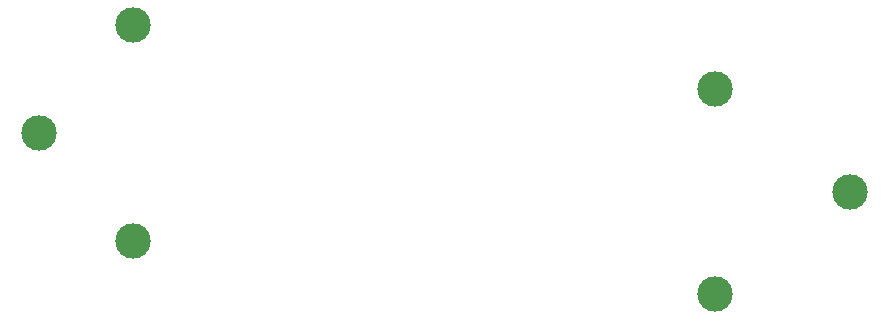
<source format=gbr>
%TF.GenerationSoftware,Altium Limited,Altium Designer,25.1.2 (22)*%
G04 Layer_Color=0*
%FSLAX45Y45*%
%MOMM*%
%TF.SameCoordinates,C88AD1CA-9631-45E4-BC86-71C5CE7D1C25*%
%TF.FilePolarity,Positive*%
%TF.FileFunction,NonPlated,1,2,NPTH,Drill*%
%TF.Part,Single*%
G01*
G75*
%TA.AperFunction,ComponentDrill*%
%ADD40C,2.99000*%
D40*
X1295500Y2896700D02*
D03*
X2095500Y3812200D02*
D03*
Y1981200D02*
D03*
X7023100Y3266700D02*
D03*
Y1536700D02*
D03*
X8166100Y2401700D02*
D03*
%TF.MD5,463e99514aa4c06b113720fd71e81f97*%
M02*

</source>
